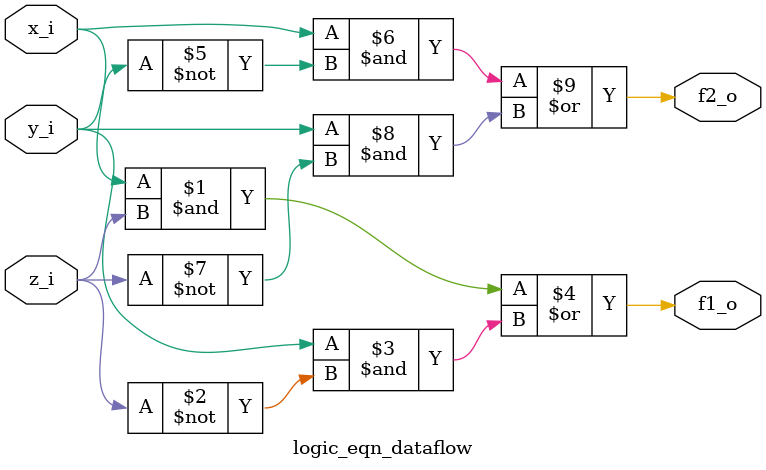
<source format=v>

/*
// 1. F = S(1, 2, 5, 7)
module logic_eqn_dataflow(
  input  a_i, // Input A
  input  b_i, // Input B
  input  c_i, // Input C
  output f_o  // Output F
);
  
  // Combinational Logic
  assign f_o = (~b_i & c_i) |
               (a_i & c_i) |
			   (~a_i & b_i & ~c_i);

endmodule
*/

// 2. F1 = XZ + YZ'
//    F2 = XY' + YZ'
module logic_eqn_dataflow(
  input  x_i , // Input X
  input  y_i , // Input Y
  input  z_i , // Input Z
  output f1_o, // Output F1
  output f2_o  // Output F2
);

  // Combinational Logic
  assign f1_o = (x_i & z_i) | (y_i & ~z_i);
  assign f2_o = (x_i & ~y_i) | (y_i & ~z_i);

endmodule
</source>
